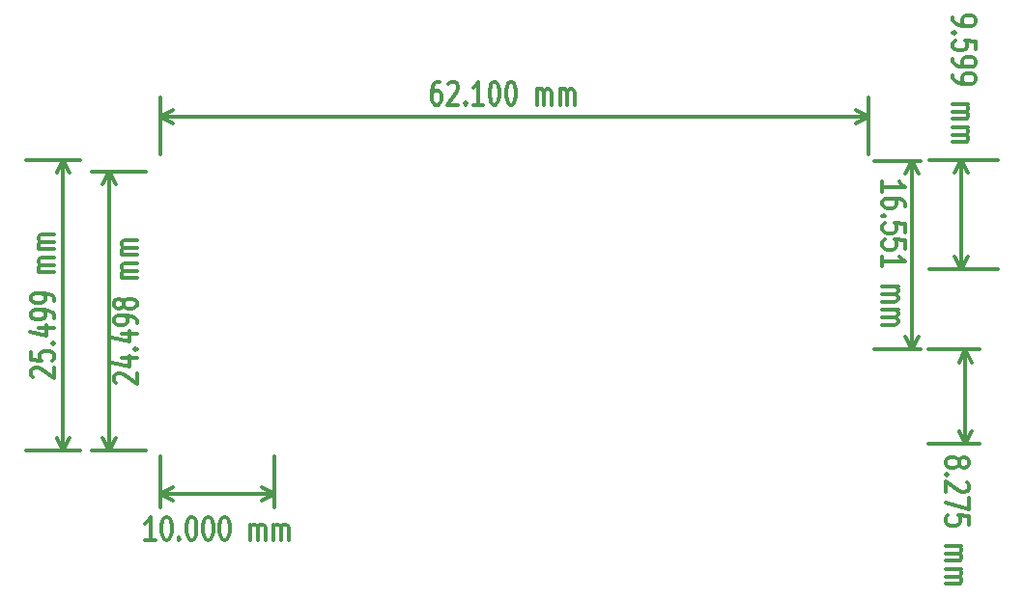
<source format=gbr>
G04 (created by PCBNEW-RS274X (2011-11-27 BZR 3249)-stable) date 13/09/2012 2:58:33 p.m.*
G01*
G70*
G90*
%MOIN*%
G04 Gerber Fmt 3.4, Leading zero omitted, Abs format*
%FSLAX34Y34*%
G04 APERTURE LIST*
%ADD10C,0.006000*%
%ADD11C,0.012000*%
%ADD12C,0.055400*%
%ADD13C,0.108600*%
%ADD14C,0.197500*%
%ADD15C,0.173900*%
%ADD16C,0.076000*%
%ADD17C,0.080000*%
%ADD18R,0.080000X0.080000*%
G04 APERTURE END LIST*
G54D10*
G54D11*
X28141Y04740D02*
X28141Y04625D01*
X28179Y04568D01*
X28217Y04540D01*
X28332Y04482D01*
X28484Y04454D01*
X28789Y04454D01*
X28865Y04482D01*
X28903Y04511D01*
X28941Y04568D01*
X28941Y04682D01*
X28903Y04740D01*
X28865Y04768D01*
X28789Y04797D01*
X28598Y04797D01*
X28522Y04768D01*
X28484Y04740D01*
X28446Y04682D01*
X28446Y04568D01*
X28484Y04511D01*
X28522Y04482D01*
X28598Y04454D01*
X28217Y04197D02*
X28179Y04169D01*
X28141Y04197D01*
X28179Y04226D01*
X28217Y04197D01*
X28141Y04197D01*
X28941Y03625D02*
X28941Y03911D01*
X28560Y03940D01*
X28598Y03911D01*
X28636Y03854D01*
X28636Y03711D01*
X28598Y03654D01*
X28560Y03625D01*
X28484Y03597D01*
X28294Y03597D01*
X28217Y03625D01*
X28179Y03654D01*
X28141Y03711D01*
X28141Y03854D01*
X28179Y03911D01*
X28217Y03940D01*
X28141Y03312D02*
X28141Y03197D01*
X28179Y03140D01*
X28217Y03112D01*
X28332Y03054D01*
X28484Y03026D01*
X28789Y03026D01*
X28865Y03054D01*
X28903Y03083D01*
X28941Y03140D01*
X28941Y03254D01*
X28903Y03312D01*
X28865Y03340D01*
X28789Y03369D01*
X28598Y03369D01*
X28522Y03340D01*
X28484Y03312D01*
X28446Y03254D01*
X28446Y03140D01*
X28484Y03083D01*
X28522Y03054D01*
X28598Y03026D01*
X28141Y02741D02*
X28141Y02626D01*
X28179Y02569D01*
X28217Y02541D01*
X28332Y02483D01*
X28484Y02455D01*
X28789Y02455D01*
X28865Y02483D01*
X28903Y02512D01*
X28941Y02569D01*
X28941Y02683D01*
X28903Y02741D01*
X28865Y02769D01*
X28789Y02798D01*
X28598Y02798D01*
X28522Y02769D01*
X28484Y02741D01*
X28446Y02683D01*
X28446Y02569D01*
X28484Y02512D01*
X28522Y02483D01*
X28598Y02455D01*
X28141Y01741D02*
X28675Y01741D01*
X28598Y01741D02*
X28636Y01713D01*
X28675Y01655D01*
X28675Y01570D01*
X28636Y01513D01*
X28560Y01484D01*
X28141Y01484D01*
X28560Y01484D02*
X28636Y01455D01*
X28675Y01398D01*
X28675Y01313D01*
X28636Y01255D01*
X28560Y01227D01*
X28141Y01227D01*
X28141Y00941D02*
X28675Y00941D01*
X28598Y00941D02*
X28636Y00913D01*
X28675Y00855D01*
X28675Y00770D01*
X28636Y00713D01*
X28560Y00684D01*
X28141Y00684D01*
X28560Y00684D02*
X28636Y00655D01*
X28675Y00598D01*
X28675Y00513D01*
X28636Y00455D01*
X28560Y00427D01*
X28141Y00427D01*
X28424Y-00197D02*
X28424Y-03976D01*
X27323Y-00197D02*
X29704Y-00197D01*
X27323Y-03976D02*
X29704Y-03976D01*
X28424Y-03976D02*
X28194Y-03533D01*
X28424Y-03976D02*
X28654Y-03533D01*
X28424Y-00197D02*
X28194Y-00640D01*
X28424Y-00197D02*
X28654Y-00640D01*
X10439Y02523D02*
X10325Y02523D01*
X10268Y02485D01*
X10239Y02447D01*
X10182Y02333D01*
X10153Y02180D01*
X10153Y01876D01*
X10182Y01799D01*
X10210Y01761D01*
X10268Y01723D01*
X10382Y01723D01*
X10439Y01761D01*
X10468Y01799D01*
X10496Y01876D01*
X10496Y02066D01*
X10468Y02142D01*
X10439Y02180D01*
X10382Y02218D01*
X10268Y02218D01*
X10210Y02180D01*
X10182Y02142D01*
X10153Y02066D01*
X10724Y02447D02*
X10753Y02485D01*
X10810Y02523D01*
X10953Y02523D01*
X11010Y02485D01*
X11039Y02447D01*
X11067Y02371D01*
X11067Y02295D01*
X11039Y02180D01*
X10696Y01723D01*
X11067Y01723D01*
X11324Y01799D02*
X11352Y01761D01*
X11324Y01723D01*
X11295Y01761D01*
X11324Y01799D01*
X11324Y01723D01*
X11924Y01723D02*
X11581Y01723D01*
X11753Y01723D02*
X11753Y02523D01*
X11696Y02409D01*
X11638Y02333D01*
X11581Y02295D01*
X12295Y02523D02*
X12352Y02523D01*
X12409Y02485D01*
X12438Y02447D01*
X12467Y02371D01*
X12495Y02218D01*
X12495Y02028D01*
X12467Y01876D01*
X12438Y01799D01*
X12409Y01761D01*
X12352Y01723D01*
X12295Y01723D01*
X12238Y01761D01*
X12209Y01799D01*
X12181Y01876D01*
X12152Y02028D01*
X12152Y02218D01*
X12181Y02371D01*
X12209Y02447D01*
X12238Y02485D01*
X12295Y02523D01*
X12866Y02523D02*
X12923Y02523D01*
X12980Y02485D01*
X13009Y02447D01*
X13038Y02371D01*
X13066Y02218D01*
X13066Y02028D01*
X13038Y01876D01*
X13009Y01799D01*
X12980Y01761D01*
X12923Y01723D01*
X12866Y01723D01*
X12809Y01761D01*
X12780Y01799D01*
X12752Y01876D01*
X12723Y02028D01*
X12723Y02218D01*
X12752Y02371D01*
X12780Y02447D01*
X12809Y02485D01*
X12866Y02523D01*
X13780Y01723D02*
X13780Y02257D01*
X13780Y02180D02*
X13808Y02218D01*
X13866Y02257D01*
X13951Y02257D01*
X14008Y02218D01*
X14037Y02142D01*
X14037Y01723D01*
X14037Y02142D02*
X14066Y02218D01*
X14123Y02257D01*
X14208Y02257D01*
X14266Y02218D01*
X14294Y02142D01*
X14294Y01723D01*
X14580Y01723D02*
X14580Y02257D01*
X14580Y02180D02*
X14608Y02218D01*
X14666Y02257D01*
X14751Y02257D01*
X14808Y02218D01*
X14837Y02142D01*
X14837Y01723D01*
X14837Y02142D02*
X14866Y02218D01*
X14923Y02257D01*
X15008Y02257D01*
X15066Y02218D01*
X15094Y02142D01*
X15094Y01723D01*
X00787Y01300D02*
X25236Y01300D01*
X00787Y01969D02*
X00787Y00020D01*
X25236Y01969D02*
X25236Y00020D01*
X25236Y01300D02*
X24793Y01070D01*
X25236Y01300D02*
X24793Y01530D01*
X00787Y01300D02*
X01230Y01070D01*
X00787Y01300D02*
X01230Y01530D01*
X00614Y-13316D02*
X00271Y-13316D01*
X00443Y-13316D02*
X00443Y-12516D01*
X00386Y-12630D01*
X00328Y-12706D01*
X00271Y-12744D01*
X00985Y-12516D02*
X01042Y-12516D01*
X01099Y-12554D01*
X01128Y-12592D01*
X01157Y-12668D01*
X01185Y-12821D01*
X01185Y-13011D01*
X01157Y-13163D01*
X01128Y-13240D01*
X01099Y-13278D01*
X01042Y-13316D01*
X00985Y-13316D01*
X00928Y-13278D01*
X00899Y-13240D01*
X00871Y-13163D01*
X00842Y-13011D01*
X00842Y-12821D01*
X00871Y-12668D01*
X00899Y-12592D01*
X00928Y-12554D01*
X00985Y-12516D01*
X01442Y-13240D02*
X01470Y-13278D01*
X01442Y-13316D01*
X01413Y-13278D01*
X01442Y-13240D01*
X01442Y-13316D01*
X01842Y-12516D02*
X01899Y-12516D01*
X01956Y-12554D01*
X01985Y-12592D01*
X02014Y-12668D01*
X02042Y-12821D01*
X02042Y-13011D01*
X02014Y-13163D01*
X01985Y-13240D01*
X01956Y-13278D01*
X01899Y-13316D01*
X01842Y-13316D01*
X01785Y-13278D01*
X01756Y-13240D01*
X01728Y-13163D01*
X01699Y-13011D01*
X01699Y-12821D01*
X01728Y-12668D01*
X01756Y-12592D01*
X01785Y-12554D01*
X01842Y-12516D01*
X02413Y-12516D02*
X02470Y-12516D01*
X02527Y-12554D01*
X02556Y-12592D01*
X02585Y-12668D01*
X02613Y-12821D01*
X02613Y-13011D01*
X02585Y-13163D01*
X02556Y-13240D01*
X02527Y-13278D01*
X02470Y-13316D01*
X02413Y-13316D01*
X02356Y-13278D01*
X02327Y-13240D01*
X02299Y-13163D01*
X02270Y-13011D01*
X02270Y-12821D01*
X02299Y-12668D01*
X02327Y-12592D01*
X02356Y-12554D01*
X02413Y-12516D01*
X02984Y-12516D02*
X03041Y-12516D01*
X03098Y-12554D01*
X03127Y-12592D01*
X03156Y-12668D01*
X03184Y-12821D01*
X03184Y-13011D01*
X03156Y-13163D01*
X03127Y-13240D01*
X03098Y-13278D01*
X03041Y-13316D01*
X02984Y-13316D01*
X02927Y-13278D01*
X02898Y-13240D01*
X02870Y-13163D01*
X02841Y-13011D01*
X02841Y-12821D01*
X02870Y-12668D01*
X02898Y-12592D01*
X02927Y-12554D01*
X02984Y-12516D01*
X03898Y-13316D02*
X03898Y-12782D01*
X03898Y-12859D02*
X03926Y-12821D01*
X03984Y-12782D01*
X04069Y-12782D01*
X04126Y-12821D01*
X04155Y-12897D01*
X04155Y-13316D01*
X04155Y-12897D02*
X04184Y-12821D01*
X04241Y-12782D01*
X04326Y-12782D01*
X04384Y-12821D01*
X04412Y-12897D01*
X04412Y-13316D01*
X04698Y-13316D02*
X04698Y-12782D01*
X04698Y-12859D02*
X04726Y-12821D01*
X04784Y-12782D01*
X04869Y-12782D01*
X04926Y-12821D01*
X04955Y-12897D01*
X04955Y-13316D01*
X04955Y-12897D02*
X04984Y-12821D01*
X05041Y-12782D01*
X05126Y-12782D01*
X05184Y-12821D01*
X05212Y-12897D01*
X05212Y-13316D01*
X00787Y-11714D02*
X04724Y-11714D01*
X00787Y-12205D02*
X00787Y-10434D01*
X04724Y-12205D02*
X04724Y-10434D01*
X04724Y-11714D02*
X04281Y-11944D01*
X04724Y-11714D02*
X04281Y-11484D01*
X00787Y-11714D02*
X01230Y-11944D01*
X00787Y-11714D02*
X01230Y-11484D01*
X-00744Y-07898D02*
X-00782Y-07869D01*
X-00820Y-07812D01*
X-00820Y-07669D01*
X-00782Y-07612D01*
X-00744Y-07583D01*
X-00668Y-07555D01*
X-00592Y-07555D01*
X-00477Y-07583D01*
X-00020Y-07926D01*
X-00020Y-07555D01*
X-00554Y-07041D02*
X-00020Y-07041D01*
X-00858Y-07184D02*
X-00287Y-07327D01*
X-00287Y-06955D01*
X-00096Y-06727D02*
X-00058Y-06699D01*
X-00020Y-06727D01*
X-00058Y-06756D01*
X-00096Y-06727D01*
X-00020Y-06727D01*
X-00554Y-06184D02*
X-00020Y-06184D01*
X-00858Y-06327D02*
X-00287Y-06470D01*
X-00287Y-06098D01*
X-00020Y-05842D02*
X-00020Y-05727D01*
X-00058Y-05670D01*
X-00096Y-05642D01*
X-00211Y-05584D01*
X-00363Y-05556D01*
X-00668Y-05556D01*
X-00744Y-05584D01*
X-00782Y-05613D01*
X-00820Y-05670D01*
X-00820Y-05784D01*
X-00782Y-05842D01*
X-00744Y-05870D01*
X-00668Y-05899D01*
X-00477Y-05899D01*
X-00401Y-05870D01*
X-00363Y-05842D01*
X-00325Y-05784D01*
X-00325Y-05670D01*
X-00363Y-05613D01*
X-00401Y-05584D01*
X-00477Y-05556D01*
X-00477Y-05213D02*
X-00515Y-05271D01*
X-00554Y-05299D01*
X-00630Y-05328D01*
X-00668Y-05328D01*
X-00744Y-05299D01*
X-00782Y-05271D01*
X-00820Y-05213D01*
X-00820Y-05099D01*
X-00782Y-05042D01*
X-00744Y-05013D01*
X-00668Y-04985D01*
X-00630Y-04985D01*
X-00554Y-05013D01*
X-00515Y-05042D01*
X-00477Y-05099D01*
X-00477Y-05213D01*
X-00439Y-05271D01*
X-00401Y-05299D01*
X-00325Y-05328D01*
X-00173Y-05328D01*
X-00096Y-05299D01*
X-00058Y-05271D01*
X-00020Y-05213D01*
X-00020Y-05099D01*
X-00058Y-05042D01*
X-00096Y-05013D01*
X-00173Y-04985D01*
X-00325Y-04985D01*
X-00401Y-05013D01*
X-00439Y-05042D01*
X-00477Y-05099D01*
X-00020Y-04271D02*
X-00554Y-04271D01*
X-00477Y-04271D02*
X-00515Y-04243D01*
X-00554Y-04185D01*
X-00554Y-04100D01*
X-00515Y-04043D01*
X-00439Y-04014D01*
X-00020Y-04014D01*
X-00439Y-04014D02*
X-00515Y-03985D01*
X-00554Y-03928D01*
X-00554Y-03843D01*
X-00515Y-03785D01*
X-00439Y-03757D01*
X-00020Y-03757D01*
X-00020Y-03471D02*
X-00554Y-03471D01*
X-00477Y-03471D02*
X-00515Y-03443D01*
X-00554Y-03385D01*
X-00554Y-03300D01*
X-00515Y-03243D01*
X-00439Y-03214D01*
X-00020Y-03214D01*
X-00439Y-03214D02*
X-00515Y-03185D01*
X-00554Y-03128D01*
X-00554Y-03043D01*
X-00515Y-02985D01*
X-00439Y-02957D01*
X-00020Y-02957D01*
X-00984Y-10236D02*
X-00984Y-00591D01*
X-01575Y-10236D02*
X00296Y-10236D01*
X-01575Y-00591D02*
X00296Y-00591D01*
X-00984Y-00591D02*
X-00754Y-01034D01*
X-00984Y-00591D02*
X-01214Y-01034D01*
X-00984Y-10236D02*
X-00754Y-09793D01*
X-00984Y-10236D02*
X-01214Y-09793D01*
X-03599Y-07701D02*
X-03637Y-07672D01*
X-03675Y-07615D01*
X-03675Y-07472D01*
X-03637Y-07415D01*
X-03599Y-07386D01*
X-03523Y-07358D01*
X-03447Y-07358D01*
X-03332Y-07386D01*
X-02875Y-07729D01*
X-02875Y-07358D01*
X-03675Y-06815D02*
X-03675Y-07101D01*
X-03294Y-07130D01*
X-03332Y-07101D01*
X-03370Y-07044D01*
X-03370Y-06901D01*
X-03332Y-06844D01*
X-03294Y-06815D01*
X-03218Y-06787D01*
X-03028Y-06787D01*
X-02951Y-06815D01*
X-02913Y-06844D01*
X-02875Y-06901D01*
X-02875Y-07044D01*
X-02913Y-07101D01*
X-02951Y-07130D01*
X-02951Y-06530D02*
X-02913Y-06502D01*
X-02875Y-06530D01*
X-02913Y-06559D01*
X-02951Y-06530D01*
X-02875Y-06530D01*
X-03409Y-05987D02*
X-02875Y-05987D01*
X-03713Y-06130D02*
X-03142Y-06273D01*
X-03142Y-05901D01*
X-02875Y-05645D02*
X-02875Y-05530D01*
X-02913Y-05473D01*
X-02951Y-05445D01*
X-03066Y-05387D01*
X-03218Y-05359D01*
X-03523Y-05359D01*
X-03599Y-05387D01*
X-03637Y-05416D01*
X-03675Y-05473D01*
X-03675Y-05587D01*
X-03637Y-05645D01*
X-03599Y-05673D01*
X-03523Y-05702D01*
X-03332Y-05702D01*
X-03256Y-05673D01*
X-03218Y-05645D01*
X-03180Y-05587D01*
X-03180Y-05473D01*
X-03218Y-05416D01*
X-03256Y-05387D01*
X-03332Y-05359D01*
X-02875Y-05074D02*
X-02875Y-04959D01*
X-02913Y-04902D01*
X-02951Y-04874D01*
X-03066Y-04816D01*
X-03218Y-04788D01*
X-03523Y-04788D01*
X-03599Y-04816D01*
X-03637Y-04845D01*
X-03675Y-04902D01*
X-03675Y-05016D01*
X-03637Y-05074D01*
X-03599Y-05102D01*
X-03523Y-05131D01*
X-03332Y-05131D01*
X-03256Y-05102D01*
X-03218Y-05074D01*
X-03180Y-05016D01*
X-03180Y-04902D01*
X-03218Y-04845D01*
X-03256Y-04816D01*
X-03332Y-04788D01*
X-02875Y-04074D02*
X-03409Y-04074D01*
X-03332Y-04074D02*
X-03370Y-04046D01*
X-03409Y-03988D01*
X-03409Y-03903D01*
X-03370Y-03846D01*
X-03294Y-03817D01*
X-02875Y-03817D01*
X-03294Y-03817D02*
X-03370Y-03788D01*
X-03409Y-03731D01*
X-03409Y-03646D01*
X-03370Y-03588D01*
X-03294Y-03560D01*
X-02875Y-03560D01*
X-02875Y-03274D02*
X-03409Y-03274D01*
X-03332Y-03274D02*
X-03370Y-03246D01*
X-03409Y-03188D01*
X-03409Y-03103D01*
X-03370Y-03046D01*
X-03294Y-03017D01*
X-02875Y-03017D01*
X-03294Y-03017D02*
X-03370Y-02988D01*
X-03409Y-02931D01*
X-03409Y-02846D01*
X-03370Y-02788D01*
X-03294Y-02760D01*
X-02875Y-02760D01*
X-02559Y-10236D02*
X-02559Y-00197D01*
X-01969Y-10236D02*
X-03839Y-10236D01*
X-01969Y-00197D02*
X-03839Y-00197D01*
X-02559Y-00197D02*
X-02329Y-00640D01*
X-02559Y-00197D02*
X-02789Y-00640D01*
X-02559Y-10236D02*
X-02329Y-09793D01*
X-02559Y-10236D02*
X-02789Y-09793D01*
X25709Y-01284D02*
X25709Y-00941D01*
X25709Y-01113D02*
X26509Y-01113D01*
X26395Y-01056D01*
X26319Y-00998D01*
X26281Y-00941D01*
X26509Y-01798D02*
X26509Y-01684D01*
X26471Y-01627D01*
X26433Y-01598D01*
X26319Y-01541D01*
X26166Y-01512D01*
X25862Y-01512D01*
X25785Y-01541D01*
X25747Y-01569D01*
X25709Y-01627D01*
X25709Y-01741D01*
X25747Y-01798D01*
X25785Y-01827D01*
X25862Y-01855D01*
X26052Y-01855D01*
X26128Y-01827D01*
X26166Y-01798D01*
X26204Y-01741D01*
X26204Y-01627D01*
X26166Y-01569D01*
X26128Y-01541D01*
X26052Y-01512D01*
X25785Y-02112D02*
X25747Y-02140D01*
X25709Y-02112D01*
X25747Y-02083D01*
X25785Y-02112D01*
X25709Y-02112D01*
X26509Y-02684D02*
X26509Y-02398D01*
X26128Y-02369D01*
X26166Y-02398D01*
X26204Y-02455D01*
X26204Y-02598D01*
X26166Y-02655D01*
X26128Y-02684D01*
X26052Y-02712D01*
X25862Y-02712D01*
X25785Y-02684D01*
X25747Y-02655D01*
X25709Y-02598D01*
X25709Y-02455D01*
X25747Y-02398D01*
X25785Y-02369D01*
X26509Y-03255D02*
X26509Y-02969D01*
X26128Y-02940D01*
X26166Y-02969D01*
X26204Y-03026D01*
X26204Y-03169D01*
X26166Y-03226D01*
X26128Y-03255D01*
X26052Y-03283D01*
X25862Y-03283D01*
X25785Y-03255D01*
X25747Y-03226D01*
X25709Y-03169D01*
X25709Y-03026D01*
X25747Y-02969D01*
X25785Y-02940D01*
X25709Y-03854D02*
X25709Y-03511D01*
X25709Y-03683D02*
X26509Y-03683D01*
X26395Y-03626D01*
X26319Y-03568D01*
X26281Y-03511D01*
X25709Y-04568D02*
X26243Y-04568D01*
X26166Y-04568D02*
X26204Y-04596D01*
X26243Y-04654D01*
X26243Y-04739D01*
X26204Y-04796D01*
X26128Y-04825D01*
X25709Y-04825D01*
X26128Y-04825D02*
X26204Y-04854D01*
X26243Y-04911D01*
X26243Y-04996D01*
X26204Y-05054D01*
X26128Y-05082D01*
X25709Y-05082D01*
X25709Y-05368D02*
X26243Y-05368D01*
X26166Y-05368D02*
X26204Y-05396D01*
X26243Y-05454D01*
X26243Y-05539D01*
X26204Y-05596D01*
X26128Y-05625D01*
X25709Y-05625D01*
X26128Y-05625D02*
X26204Y-05654D01*
X26243Y-05711D01*
X26243Y-05796D01*
X26204Y-05854D01*
X26128Y-05882D01*
X25709Y-05882D01*
X26713Y-00217D02*
X26713Y-06733D01*
X27027Y-00217D02*
X25433Y-00217D01*
X27027Y-06733D02*
X25433Y-06733D01*
X26713Y-06733D02*
X26483Y-06290D01*
X26713Y-06733D02*
X26943Y-06290D01*
X26713Y-00217D02*
X26483Y-00660D01*
X26713Y-00217D02*
X26943Y-00660D01*
X28351Y-10584D02*
X28389Y-10526D01*
X28428Y-10498D01*
X28504Y-10469D01*
X28542Y-10469D01*
X28618Y-10498D01*
X28656Y-10526D01*
X28694Y-10584D01*
X28694Y-10698D01*
X28656Y-10755D01*
X28618Y-10784D01*
X28542Y-10812D01*
X28504Y-10812D01*
X28428Y-10784D01*
X28389Y-10755D01*
X28351Y-10698D01*
X28351Y-10584D01*
X28313Y-10526D01*
X28275Y-10498D01*
X28199Y-10469D01*
X28047Y-10469D01*
X27970Y-10498D01*
X27932Y-10526D01*
X27894Y-10584D01*
X27894Y-10698D01*
X27932Y-10755D01*
X27970Y-10784D01*
X28047Y-10812D01*
X28199Y-10812D01*
X28275Y-10784D01*
X28313Y-10755D01*
X28351Y-10698D01*
X27970Y-11069D02*
X27932Y-11097D01*
X27894Y-11069D01*
X27932Y-11040D01*
X27970Y-11069D01*
X27894Y-11069D01*
X28618Y-11326D02*
X28656Y-11355D01*
X28694Y-11412D01*
X28694Y-11555D01*
X28656Y-11612D01*
X28618Y-11641D01*
X28542Y-11669D01*
X28466Y-11669D01*
X28351Y-11641D01*
X27894Y-11298D01*
X27894Y-11669D01*
X28694Y-11869D02*
X28694Y-12269D01*
X27894Y-12012D01*
X28694Y-12783D02*
X28694Y-12497D01*
X28313Y-12468D01*
X28351Y-12497D01*
X28389Y-12554D01*
X28389Y-12697D01*
X28351Y-12754D01*
X28313Y-12783D01*
X28237Y-12811D01*
X28047Y-12811D01*
X27970Y-12783D01*
X27932Y-12754D01*
X27894Y-12697D01*
X27894Y-12554D01*
X27932Y-12497D01*
X27970Y-12468D01*
X27894Y-13525D02*
X28428Y-13525D01*
X28351Y-13525D02*
X28389Y-13553D01*
X28428Y-13611D01*
X28428Y-13696D01*
X28389Y-13753D01*
X28313Y-13782D01*
X27894Y-13782D01*
X28313Y-13782D02*
X28389Y-13811D01*
X28428Y-13868D01*
X28428Y-13953D01*
X28389Y-14011D01*
X28313Y-14039D01*
X27894Y-14039D01*
X27894Y-14325D02*
X28428Y-14325D01*
X28351Y-14325D02*
X28389Y-14353D01*
X28428Y-14411D01*
X28428Y-14496D01*
X28389Y-14553D01*
X28313Y-14582D01*
X27894Y-14582D01*
X28313Y-14582D02*
X28389Y-14611D01*
X28428Y-14668D01*
X28428Y-14753D01*
X28389Y-14811D01*
X28313Y-14839D01*
X27894Y-14839D01*
X28573Y-06743D02*
X28573Y-10001D01*
X29074Y-06743D02*
X27293Y-06743D01*
X29074Y-10001D02*
X27293Y-10001D01*
X28573Y-10001D02*
X28343Y-09558D01*
X28573Y-10001D02*
X28803Y-09558D01*
X28573Y-06743D02*
X28343Y-07186D01*
X28573Y-06743D02*
X28803Y-07186D01*
%LPC*%
G54D12*
X03622Y-08169D03*
X01890Y-08169D03*
G54D13*
X02166Y-03053D03*
G54D14*
X23478Y-08982D03*
G54D15*
X10828Y-09232D03*
G54D16*
X10398Y-03932D03*
X10398Y-01932D03*
G54D17*
X11978Y-05092D03*
X12978Y-05092D03*
X13978Y-06092D03*
X13978Y-05092D03*
G54D18*
X05538Y-02352D03*
G54D17*
X05538Y-03352D03*
X05538Y-04352D03*
X05538Y-05352D03*
G54D13*
X02264Y-04726D03*
X03445Y-03742D03*
X03347Y-02167D03*
G54D18*
X24713Y-04984D03*
G54D17*
X23713Y-04984D03*
X24713Y-05984D03*
X23713Y-05984D03*
X24713Y-06984D03*
X23713Y-06984D03*
M02*

</source>
